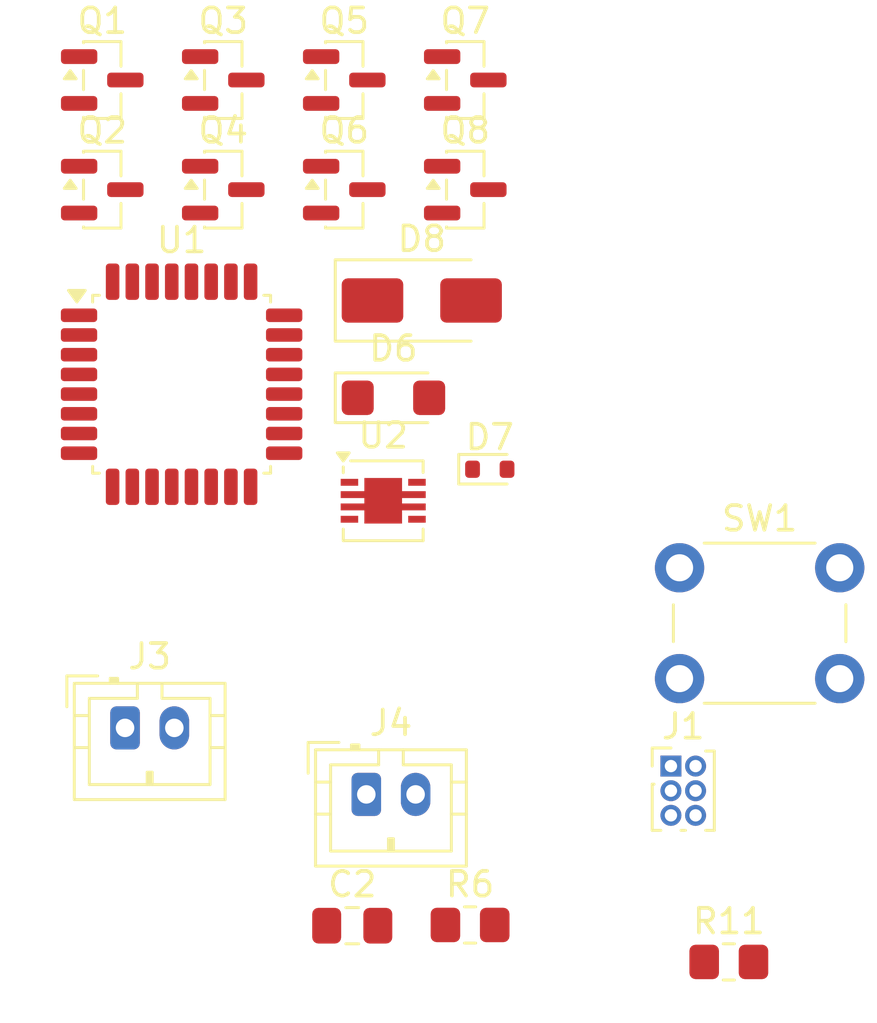
<source format=kicad_pcb>
(kicad_pcb (version 20241229) (generator "pcbnew") (generator_version "9.0")
  (layers (0 "F.Cu" signal) (2 "B.Cu" signal) (13 "F.Paste" user) (15 "B.Paste" user) (5 "F.SilkS" user "F.Silkscreen") (7 "B.SilkS" user "B.Silkscreen") (1 "F.Mask" user) (3 "B.Mask" user) (25 "Edge.Cuts" user))
  (net 0 "")
  (net 1 "+3.3V")
  (net 2 "+12V")
  (net 3 "Net-(D1-K)")
  (net 4 "Net-(Q1-G)")
  (net 5 "Net-(D2-K)")
  (net 6 "Net-(Q2-G)")
  (net 7 "Net-(D3-K)")
  (net 8 "Net-(Q3-G)")
  (net 9 "Net-(D4-K)")
  (net 10 "Net-(Q4-G)")
  (net 11 "Net-(Q5-G)")
  (net 12 "Net-(D5-K)")
  (net 13 "Net-(Q6-G)")
  (net 14 "Net-(D9-K)")
  (net 15 "Net-(D10-K)")
  (net 16 "Net-(Q7-G)")
  (net 17 "Net-(D11-K)")
  (net 18 "Net-(Q8-G)")
  (net 19 "Net-(U1-AREF)")
  (net 20 "/LED2")
  (net 21 "/LED1")
  (net 22 "/MISO")
  (net 24 "/LED4")
  (net 25 "/button2")
  (net 26 "/Headlight_4")
  (net 29 "/Headlight_3")
  (net 30 "/SCL")
  (net 31 "/INT")
  (net 32 "/button1")
  (net 33 "/LED3")
  (net 34 "/MOSI")
  (net 38 "/Headlight_1")
  (net 39 "/SDA")
  (net 42 "/SCK")
  (net 43 "/RESET")
  (net 44 "/Headlight_2")
  (footprint "Package_TO_SOT_SMD:SOT-23" (layer "F.Cu") (at 154.485 77.7)
    (property "Reference" "Q3" (at 0 -2.4 0) (layer "F.SilkS"))
    (property "Value" "IRLML2803")
    (fp_line (start -0.76 -1.56) (end 0.76 -1.56) (stroke (width 0.12)) (layer "F.SilkS"))
    (fp_line (start -0.76 -1.51) (end -0.76 -1.56) (stroke (width 0.12)) (layer "F.SilkS"))
    (fp_line (start -0.76 0.39) (end -0.76 -0.39) (stroke (width 0.12)) (layer "F.SilkS"))
    (fp_line (start -0.76 1.56) (end -0.76 1.51) (stroke (width 0.12)) (layer "F.SilkS"))
    (fp_line (start 0.76 -1.56) (end 0.76 -0.56) (stroke (width 0.12)) (layer "F.SilkS"))
    (fp_line (start 0.76 0.56) (end 0.76 1.56) (stroke (width 0.12)) (layer "F.SilkS"))
    (fp_line (start 0.76 1.56) (end -0.76 1.56) (stroke (width 0.12)) (layer "F.SilkS"))
    (fp_poly (pts (xy -1.3 -0.38) (xy -1.06 -0.05) (xy -1.54 -0.05)) (stroke (width 0.12)) (fill yes) (layer "F.SilkS"))
    (pad "1" smd roundrect (at -0.9375 -0.95) (size 1.475 0.6) (layers "F.Cu" "F.Mask" "F.Paste") (net 8 "Net-(Q3-G)"))
    (pad "2" smd roundrect (at -0.9375 0.95) (size 1.475 0.6) (layers "F.Cu" "F.Mask" "F.Paste") (net 1 "+3.3V"))
    (pad "3" smd roundrect (at 0.9375 0) (size 1.475 0.6) (layers "F.Cu" "F.Mask" "F.Paste") (net 7 "Net-(D3-K)"))
  )
  (footprint "Package_TO_SOT_SMD:SOT-23" (layer "F.Cu") (at 149.575 82.15)
    (property "Reference" "Q2" (at 0 -2.4 0) (layer "F.SilkS"))
    (property "Value" "IRLML2803")
    (fp_line (start -0.76 -1.56) (end 0.76 -1.56) (stroke (width 0.12)) (layer "F.SilkS"))
    (fp_line (start -0.76 -1.51) (end -0.76 -1.56) (stroke (width 0.12)) (layer "F.SilkS"))
    (fp_line (start -0.76 0.39) (end -0.76 -0.39) (stroke (width 0.12)) (layer "F.SilkS"))
    (fp_line (start -0.76 1.56) (end -0.76 1.51) (stroke (width 0.12)) (layer "F.SilkS"))
    (fp_line (start 0.76 -1.56) (end 0.76 -0.56) (stroke (width 0.12)) (layer "F.SilkS"))
    (fp_line (start 0.76 0.56) (end 0.76 1.56) (stroke (width 0.12)) (layer "F.SilkS"))
    (fp_line (start 0.76 1.56) (end -0.76 1.56) (stroke (width 0.12)) (layer "F.SilkS"))
    (fp_poly (pts (xy -1.3 -0.38) (xy -1.06 -0.05) (xy -1.54 -0.05)) (stroke (width 0.12)) (fill yes) (layer "F.SilkS"))
    (pad "1" smd roundrect (at -0.9375 -0.95) (size 1.475 0.6) (layers "F.Cu" "F.Mask" "F.Paste") (net 6 "Net-(Q2-G)"))
    (pad "2" smd roundrect (at -0.9375 0.95) (size 1.475 0.6) (layers "F.Cu" "F.Mask" "F.Paste") (net 1 "+3.3V"))
    (pad "3" smd roundrect (at 0.9375 0) (size 1.475 0.6) (layers "F.Cu" "F.Mask" "F.Paste") (net 5 "Net-(D2-K)"))
  )
  (footprint "Package_TO_SOT_SMD:SOT-23" (layer "F.Cu") (at 149.575 77.7)
    (property "Reference" "Q1" (at 0 -2.4 0) (layer "F.SilkS"))
    (property "Value" "AO3400A")
    (fp_line (start -0.76 -1.56) (end 0.76 -1.56) (stroke (width 0.12)) (layer "F.SilkS"))
    (fp_line (start -0.76 -1.51) (end -0.76 -1.56) (stroke (width 0.12)) (layer "F.SilkS"))
    (fp_line (start -0.76 0.39) (end -0.76 -0.39) (stroke (width 0.12)) (layer "F.SilkS"))
    (fp_line (start -0.76 1.56) (end -0.76 1.51) (stroke (width 0.12)) (layer "F.SilkS"))
    (fp_line (start 0.76 -1.56) (end 0.76 -0.56) (stroke (width 0.12)) (layer "F.SilkS"))
    (fp_line (start 0.76 0.56) (end 0.76 1.56) (stroke (width 0.12)) (layer "F.SilkS"))
    (fp_line (start 0.76 1.56) (end -0.76 1.56) (stroke (width 0.12)) (layer "F.SilkS"))
    (fp_poly (pts (xy -1.3 -0.38) (xy -1.06 -0.05) (xy -1.54 -0.05)) (stroke (width 0.12)) (fill yes) (layer "F.SilkS"))
    (pad "1" smd roundrect (at -0.9375 -0.95) (size 1.475 0.6) (layers "F.Cu" "F.Mask" "F.Paste") (net 4 "Net-(Q1-G)"))
    (pad "2" smd roundrect (at -0.9375 0.95) (size 1.475 0.6) (layers "F.Cu" "F.Mask" "F.Paste") (net 1 "+3.3V"))
    (pad "3" smd roundrect (at 0.9375 0) (size 1.475 0.6) (layers "F.Cu" "F.Mask" "F.Paste") (net 3 "Net-(D1-K)"))
  )
  (footprint "Capacitor_SMD:C_0805_2012Metric_Pad1.18x1.45mm_HandSolder" (layer "F.Cu") (at 159.72 112.03)
    (property "Reference" "C2" (at 0 -1.68 0) (layer "F.SilkS"))
    (property "Value" "10uF")
    (fp_line (start -0.261252 -0.735) (end 0.261252 -0.735) (stroke (width 0.12)) (layer "F.SilkS"))
    (fp_line (start -0.261252 0.735) (end 0.261252 0.735) (stroke (width 0.12)) (layer "F.SilkS"))
    (pad "1" smd roundrect (at -1.0375 0) (size 1.175 1.45) (layers "F.Cu" "F.Mask" "F.Paste") (roundrect_rratio 0.212766) (net 1 "+3.3V"))
    (pad "2" smd roundrect (at 1.0375 0) (size 1.175 1.45) (layers "F.Cu" "F.Mask" "F.Paste") (roundrect_rratio 0.212766) (net 1 "+3.3V"))
  )
  (footprint "Button_Switch_THT:SW_PUSH_6mm" (layer "F.Cu") (at 173 97.5)
    (property "Reference" "SW1" (at 3.25 -2 0) (layer "F.SilkS"))
    (property "Value" "SW_Push")
    (fp_line (start -0.25 1.5) (end -0.25 3) (stroke (width 0.12)) (layer "F.SilkS"))
    (fp_line (start 1 5.5) (end 5.5 5.5) (stroke (width 0.12)) (layer "F.SilkS"))
    (fp_line (start 5.5 -1) (end 1 -1) (stroke (width 0.12)) (layer "F.SilkS"))
    (fp_line (start 6.75 3) (end 6.75 1.5) (stroke (width 0.12)) (layer "F.SilkS"))
    (pad "1" thru_hole circle (at 0 0 90) (size 2 2) (drill 1.1) (layers "*.Cu" "*.Mask") (net 43 "/RESET"))
    (pad "1" thru_hole circle (at 6.5 0 90) (size 2 2) (drill 1.1) (layers "*.Cu" "*.Mask") (net 43 "/RESET"))
    (pad "2" thru_hole circle (at 0 4.5 90) (size 2 2) (drill 1.1) (layers "*.Cu" "*.Mask") (net 1 "+3.3V"))
    (pad "2" thru_hole circle (at 6.5 4.5 90) (size 2 2) (drill 1.1) (layers "*.Cu" "*.Mask") (net 1 "+3.3V"))
  )
  (footprint "Package_TO_SOT_SMD:SOT-23" (layer "F.Cu") (at 154.485 82.15)
    (property "Reference" "Q4" (at 0 -2.4 0) (layer "F.SilkS"))
    (property "Value" "IRLML2803")
    (fp_line (start -0.76 -1.56) (end 0.76 -1.56) (stroke (width 0.12)) (layer "F.SilkS"))
    (fp_line (start -0.76 -1.51) (end -0.76 -1.56) (stroke (width 0.12)) (layer "F.SilkS"))
    (fp_line (start -0.76 0.39) (end -0.76 -0.39) (stroke (width 0.12)) (layer "F.SilkS"))
    (fp_line (start -0.76 1.56) (end -0.76 1.51) (stroke (width 0.12)) (layer "F.SilkS"))
    (fp_line (start 0.76 -1.56) (end 0.76 -0.56) (stroke (width 0.12)) (layer "F.SilkS"))
    (fp_line (start 0.76 0.56) (end 0.76 1.56) (stroke (width 0.12)) (layer "F.SilkS"))
    (fp_line (start 0.76 1.56) (end -0.76 1.56) (stroke (width 0.12)) (layer "F.SilkS"))
    (fp_poly (pts (xy -1.3 -0.38) (xy -1.06 -0.05) (xy -1.54 -0.05)) (stroke (width 0.12)) (fill yes) (layer "F.SilkS"))
    (pad "1" smd roundrect (at -0.9375 -0.95) (size 1.475 0.6) (layers "F.Cu" "F.Mask" "F.Paste") (net 10 "Net-(Q4-G)"))
    (pad "2" smd roundrect (at -0.9375 0.95) (size 1.475 0.6) (layers "F.Cu" "F.Mask" "F.Paste") (net 1 "+3.3V"))
    (pad "3" smd roundrect (at 0.9375 0) (size 1.475 0.6) (layers "F.Cu" "F.Mask" "F.Paste") (net 9 "Net-(D4-K)"))
  )
  (footprint "Diode_SMD:D_SOD-523" (layer "F.Cu") (at 165.3 93.5)
    (property "Reference" "D7" (at 0 -1.3 0) (layer "F.SilkS"))
    (property "Value" "ESD5Zxx")
    (fp_line (start -1.26 -0.6) (end -1.26 0.6) (stroke (width 0.12)) (layer "F.SilkS"))
    (fp_line (start 0.7 -0.6) (end -1.26 -0.6) (stroke (width 0.12)) (layer "F.SilkS"))
    (fp_line (start 0.7 0.6) (end -1.26 0.6) (stroke (width 0.12)) (layer "F.SilkS"))
    (pad "1" smd roundrect (at -0.7 0 180) (size 0.6 0.7) (layers "F.Cu" "F.Mask" "F.Paste") (net 2 "+12V"))
    (pad "2" smd roundrect (at 0.7 0 180) (size 0.6 0.7) (layers "F.Cu" "F.Mask" "F.Paste") (net 1 "+3.3V"))
  )
  (footprint "Package_TO_SOT_SMD:SOT-23" (layer "F.Cu") (at 164.305 82.15)
    (property "Reference" "Q8" (at 0 -2.4 0) (layer "F.SilkS"))
    (property "Value" "AO3400A")
    (fp_line (start -0.76 -1.56) (end 0.76 -1.56) (stroke (width 0.12)) (layer "F.SilkS"))
    (fp_line (start -0.76 -1.51) (end -0.76 -1.56) (stroke (width 0.12)) (layer "F.SilkS"))
    (fp_line (start -0.76 0.39) (end -0.76 -0.39) (stroke (width 0.12)) (layer "F.SilkS"))
    (fp_line (start -0.76 1.56) (end -0.76 1.51) (stroke (width 0.12)) (layer "F.SilkS"))
    (fp_line (start 0.76 -1.56) (end 0.76 -0.56) (stroke (width 0.12)) (layer "F.SilkS"))
    (fp_line (start 0.76 0.56) (end 0.76 1.56) (stroke (width 0.12)) (layer "F.SilkS"))
    (fp_line (start 0.76 1.56) (end -0.76 1.56) (stroke (width 0.12)) (layer "F.SilkS"))
    (fp_poly (pts (xy -1.3 -0.38) (xy -1.06 -0.05) (xy -1.54 -0.05)) (stroke (width 0.12)) (fill yes) (layer "F.SilkS"))
    (pad "1" smd roundrect (at -0.9375 -0.95) (size 1.475 0.6) (layers "F.Cu" "F.Mask" "F.Paste") (net 18 "Net-(Q8-G)"))
    (pad "2" smd roundrect (at -0.9375 0.95) (size 1.475 0.6) (layers "F.Cu" "F.Mask" "F.Paste") (net 1 "+3.3V"))
    (pad "3" smd roundrect (at 0.9375 0) (size 1.475 0.6) (layers "F.Cu" "F.Mask" "F.Paste") (net 17 "Net-(D11-K)"))
  )
  (footprint "Connector_JST:JST_PH_B2B-PH-K_1x02_P2.00mm_Vertical" (layer "F.Cu") (at 160.29 106.7)
    (property "Reference" "J4" (at 1 -2.9 0) (layer "F.SilkS"))
    (property "Value" "Conn_01x02")
    (fp_line (start -2.36 -2.11) (end -2.36 -0.86) (stroke (width 0.12)) (layer "F.SilkS"))
    (fp_line (start -2.06 -1.81) (end -2.06 2.91) (stroke (width 0.12)) (layer "F.SilkS"))
    (fp_line (start -2.06 -0.5) (end -1.45 -0.5) (stroke (width 0.12)) (layer "F.SilkS"))
    (fp_line (start -2.06 0.8) (end -1.45 0.8) (stroke (width 0.12)) (layer "F.SilkS"))
    (fp_line (start -2.06 2.91) (end 4.06 2.91) (stroke (width 0.12)) (layer "F.SilkS"))
    (fp_line (start -1.45 -1.2) (end -1.45 2.3) (stroke (width 0.12)) (layer "F.SilkS"))
    (fp_line (start -1.45 2.3) (end 3.45 2.3) (stroke (width 0.12)) (layer "F.SilkS"))
    (fp_line (start -1.11 -2.11) (end -2.36 -2.11) (stroke (width 0.12)) (layer "F.SilkS"))
    (fp_line (start -0.6 -2.01) (end -0.6 -1.81) (stroke (width 0.12)) (layer "F.SilkS"))
    (fp_line (start -0.3 -2.01) (end -0.6 -2.01) (stroke (width 0.12)) (layer "F.SilkS"))
    (fp_line (start -0.3 -1.91) (end -0.6 -1.91) (stroke (width 0.12)) (layer "F.SilkS"))
    (fp_line (start -0.3 -1.81) (end -0.3 -2.01) (stroke (width 0.12)) (layer "F.SilkS"))
    (fp_line (start 0.5 -1.81) (end 0.5 -1.2) (stroke (width 0.12)) (layer "F.SilkS"))
    (fp_line (start 0.5 -1.2) (end -1.45 -1.2) (stroke (width 0.12)) (layer "F.SilkS"))
    (fp_line (start 0.9 1.8) (end 1.1 1.8) (stroke (width 0.12)) (layer "F.SilkS"))
    (fp_line (start 0.9 2.3) (end 0.9 1.8) (stroke (width 0.12)) (layer "F.SilkS"))
    (fp_line (start 1 2.3) (end 1 1.8) (stroke (width 0.12)) (layer "F.SilkS"))
    (fp_line (start 1.1 1.8) (end 1.1 2.3) (stroke (width 0.12)) (layer "F.SilkS"))
    (fp_line (start 1.5 -1.2) (end 1.5 -1.81) (stroke (width 0.12)) (layer "F.SilkS"))
    (fp_line (start 3.45 -1.2) (end 1.5 -1.2) (stroke (width 0.12)) (layer "F.SilkS"))
    (fp_line (start 3.45 2.3) (end 3.45 -1.2) (stroke (width 0.12)) (layer "F.SilkS"))
    (fp_line (start 4.06 -1.81) (end -2.06 -1.81) (stroke (width 0.12)) (layer "F.SilkS"))
    (fp_line (start 4.06 -0.5) (end 3.45 -0.5) (stroke (width 0.12)) (layer "F.SilkS"))
    (fp_line (start 4.06 0.8) (end 3.45 0.8) (stroke (width 0.12)) (layer "F.SilkS"))
    (fp_line (start 4.06 2.91) (end 4.06 -1.81) (stroke (width 0.12)) (layer "F.SilkS"))
    (pad "1" thru_hole roundrect (at 0 0) (size 1.2 1.75) (drill 0.75) (layers "*.Cu" "*.Mask") (roundrect_rratio 0.208333) (net 1 "+3.3V"))
    (pad "2" thru_hole oval (at 2 0) (size 1.2 1.75) (drill 0.75) (layers "*.Cu" "*.Mask") (net 1 "+3.3V"))
  )
  (footprint "Package_CSP:Analog_LFCSP-8-1EP_3x3mm_P0.5mm_EP1.53x1.85mm" (layer "F.Cu") (at 160.975 94.78)
    (property "Reference" "U2" (at 0 -2.65 0) (layer "F.SilkS"))
    (property "Value" "ADXL345")
    (fp_line (start -1.62 -1.14) (end -1.62 -1.375) (stroke (width 0.12)) (layer "F.SilkS"))
    (fp_line (start -1.62 1.62) (end -1.62 1.15) (stroke (width 0.12)) (layer "F.SilkS"))
    (fp_line (start 1.62 -1.62) (end -1.32 -1.62) (stroke (width 0.12)) (layer "F.SilkS"))
    (fp_line (start 1.62 -1.62) (end 1.62 -1.15) (stroke (width 0.12)) (layer "F.SilkS"))
    (fp_line (start 1.62 1.15) (end 1.62 1.62) (stroke (width 0.12)) (layer "F.SilkS"))
    (fp_line (start 1.62 1.62) (end -1.62 1.62) (stroke (width 0.12)) (layer "F.SilkS"))
    (fp_poly (pts (xy -1.62 -1.615) (xy -1.86 -1.945) (xy -1.38 -1.945) (xy -1.62 -1.615)) (stroke (width 0.12)) (fill yes) (layer "F.SilkS"))
    (pad "1" smd rect (at -1.37 -0.75) (size 0.71 0.28) (layers "F.Cu" "F.Mask" "F.Paste") (net 1 "+3.3V"))
    (pad "2" smd rect (at 0 -0.25) (size 3.45 0.28) (layers "F.Cu") (net 1 "+3.3V"))
    (pad "2" smd rect (at 0 0) (size 1.53 1.85) (layers "F.Cu" "F.Mask") (net 1 "+3.3V"))
    (pad "2" smd rect (at 0 0.25) (size 3.45 0.28) (layers "F.Cu") (net 1 "+3.3V"))
    (pad "4" smd rect (at -1.37 0.75) (size 0.71 0.28) (layers "F.Cu" "F.Mask" "F.Paste") (net 1 "+3.3V"))
    (pad "5" smd rect (at 1.37 0.75) (size 0.71 0.28) (layers "F.Cu" "F.Mask" "F.Paste") (net 1 "+3.3V"))
    (pad "8" smd rect (at 1.37 -0.75) (size 0.71 0.28) (layers "F.Cu" "F.Mask" "F.Paste") (net 31 "/INT"))
  )
  (footprint "Connector_PinHeader_1.00mm:PinHeader_2x03_P1.00mm_Vertical" (layer "F.Cu") (at 172.65 105.55)
    (property "Reference" "J1" (at 0.5 -1.61 0) (layer "F.SilkS"))
    (property "Value" "AVR-ISP-6")
    (fp_line (start -0.76 -0.735) (end 0 -0.735) (stroke (width 0.12)) (layer "F.SilkS"))
    (fp_line (start -0.76 0) (end -0.76 -0.735) (stroke (width 0.12)) (layer "F.SilkS"))
    (fp_line (start -0.76 0.735) (end -0.76 2.61) (stroke (width 0.12)) (layer "F.SilkS"))
    (fp_line (start -0.76 0.735) (end -0.685565 0.735) (stroke (width 0.12)) (layer "F.SilkS"))
    (fp_line (start -0.76 2.61) (end -0.41003 2.61) (stroke (width 0.12)) (layer "F.SilkS"))
    (fp_line (start 0.41003 2.61) (end 0.58997 2.61) (stroke (width 0.12)) (layer "F.SilkS"))
    (fp_line (start 1.41003 -0.61) (end 1.76 -0.61) (stroke (width 0.12)) (layer "F.SilkS"))
    (fp_line (start 1.41003 2.61) (end 1.76 2.61) (stroke (width 0.12)) (layer "F.SilkS"))
    (fp_line (start 1.76 -0.61) (end 1.76 2.61) (stroke (width 0.12)) (layer "F.SilkS"))
    (pad "1" thru_hole rect (at 0 0) (size 0.85 0.85) (drill 0.5) (layers "*.Cu" "*.Mask") (net 22 "/MISO"))
    (pad "2" thru_hole circle (at 1 0) (size 0.85 0.85) (drill 0.5) (layers "*.Cu" "*.Mask") (net 1 "+3.3V"))
    (pad "3" thru_hole circle (at 0 1) (size 0.85 0.85) (drill 0.5) (layers "*.Cu" "*.Mask") (net 42 "/SCK"))
    (pad "4" thru_hole circle (at 1 1) (size 0.85 0.85) (drill 0.5) (layers "*.Cu" "*.Mask") (net 34 "/MOSI"))
    (pad "5" thru_hole circle (at 0 2) (size 0.85 0.85) (drill 0.5) (layers "*.Cu" "*.Mask") (net 43 "/RESET"))
    (pad "6" thru_hole circle (at 1 2) (size 0.85 0.85) (drill 0.5) (layers "*.Cu" "*.Mask") (net 1 "+3.3V"))
  )
  (footprint "Package_TO_SOT_SMD:SOT-23" (layer "F.Cu") (at 164.305 77.7)
    (property "Reference" "Q7" (at 0 -2.4 0) (layer "F.SilkS"))
    (property "Value" "AO3400A")
    (fp_line (start -0.76 -1.56) (end 0.76 -1.56) (stroke (width 0.12)) (layer "F.SilkS"))
    (fp_line (start -0.76 -1.51) (end -0.76 -1.56) (stroke (width 0.12)) (layer "F.SilkS"))
    (fp_line (start -0.76 0.39) (end -0.76 -0.39) (stroke (width 0.12)) (layer "F.SilkS"))
    (fp_line (start -0.76 1.56) (end -0.76 1.51) (stroke (width 0.12)) (layer "F.SilkS"))
    (fp_line (start 0.76 -1.56) (end 0.76 -0.56) (stroke (width 0.12)) (layer "F.SilkS"))
    (fp_line (start 0.76 0.56) (end 0.76 1.56) (stroke (width 0.12)) (layer "F.SilkS"))
    (fp_line (start 0.76 1.56) (end -0.76 1.56) (stroke (width 0.12)) (layer "F.SilkS"))
    (fp_poly (pts (xy -1.3 -0.38) (xy -1.06 -0.05) (xy -1.54 -0.05)) (stroke (width 0.12)) (fill yes) (layer "F.SilkS"))
    (pad "1" smd roundrect (at -0.9375 -0.95) (size 1.475 0.6) (layers "F.Cu" "F.Mask" "F.Paste") (net 16 "Net-(Q7-G)"))
    (pad "2" smd roundrect (at -0.9375 0.95) (size 1.475 0.6) (layers "F.Cu" "F.Mask" "F.Paste") (net 1 "+3.3V"))
    (pad "3" smd roundrect (at 0.9375 0) (size 1.475 0.6) (layers "F.Cu" "F.Mask" "F.Paste") (net 15 "Net-(D10-K)"))
  )
  (footprint "Diode_SMD:D_SMF" (layer "F.Cu") (at 161.39 90.6)
    (property "Reference" "D6" (at 0 -2 0) (layer "F.SilkS"))
    (property "Value" "SMF5V0A")
    (fp_line (start -2.36 -1.01) (end -2.36 1.01) (stroke (width 0.12)) (layer "F.SilkS"))
    (fp_line (start -2.36 -1.01) (end 1.4 -1.01) (stroke (width 0.12)) (layer "F.SilkS"))
    (fp_line (start -2.36 1.01) (end 1.4 1.01) (stroke (width 0.12)) (layer "F.SilkS"))
    (pad "1" smd roundrect (at -1.45 0) (size 1.3 1.4) (layers "F.Cu" "F.Mask" "F.Paste") (roundrect_rratio 0.1923076923) (net 1 "+3.3V"))
    (pad "2" smd roundrect (at 1.45 0) (size 1.3 1.4) (layers "F.Cu" "F.Mask" "F.Paste") (roundrect_rratio 0.1923076923) (net 2 "+12V"))
  )
  (footprint "Diode_SMD:D_SMA" (layer "F.Cu") (at 162.54 86.65)
    (property "Reference" "D8" (at 0 -2.5 0) (layer "F.SilkS"))
    (property "Value" "SMAJ15A")
    (fp_line (start -3.51 -1.65) (end -3.51 1.65) (stroke (width 0.12)) (layer "F.SilkS"))
    (fp_line (start -3.51 -1.65) (end 2 -1.65) (stroke (width 0.12)) (layer "F.SilkS"))
    (fp_line (start -3.51 1.65) (end 2 1.65) (stroke (width 0.12)) (layer "F.SilkS"))
    (pad "1" smd roundrect (at -2 0) (size 2.5 1.8) (layers "F.Cu" "F.Mask" "F.Paste") (roundrect_rratio 0.1388888889) (net 2 "+12V"))
    (pad "2" smd roundrect (at 2 0) (size 2.5 1.8) (layers "F.Cu" "F.Mask" "F.Paste") (roundrect_rratio 0.1388888889) (net 1 "+3.3V"))
  )
  (footprint "Resistor_SMD:R_0805_2012Metric_Pad1.20x1.40mm_HandSolder" (layer "F.Cu") (at 164.5 112)
    (property "Reference" "R6" (at 0 -1.65 0) (layer "F.SilkS"))
    (property "Value" "10K")
    (fp_line (start -0.227064 -0.735) (end 0.227064 -0.735) (stroke (width 0.12)) (layer "F.SilkS"))
    (fp_line (start -0.227064 0.735) (end 0.227064 0.735) (stroke (width 0.12)) (layer "F.SilkS"))
    (pad "1" smd roundrect (at -1 0) (size 1.2 1.4) (layers "F.Cu" "F.Mask" "F.Paste") (roundrect_rratio 0.208333) (net 43 "/RESET"))
    (pad "2" smd roundrect (at 1 0) (size 1.2 1.4) (layers "F.Cu" "F.Mask" "F.Paste") (roundrect_rratio 0.208333) (net 1 "+3.3V"))
  )
  (footprint "Package_TO_SOT_SMD:SOT-23" (layer "F.Cu") (at 159.395 82.15)
    (property "Reference" "Q6" (at 0 -2.4 0) (layer "F.SilkS"))
    (property "Value" "AO3400A")
    (fp_line (start -0.76 -1.56) (end 0.76 -1.56) (stroke (width 0.12)) (layer "F.SilkS"))
    (fp_line (start -0.76 -1.51) (end -0.76 -1.56) (stroke (width 0.12)) (layer "F.SilkS"))
    (fp_line (start -0.76 0.39) (end -0.76 -0.39) (stroke (width 0.12)) (layer "F.SilkS"))
    (fp_line (start -0.76 1.56) (end -0.76 1.51) (stroke (width 0.12)) (layer "F.SilkS"))
    (fp_line (start 0.76 -1.56) (end 0.76 -0.56) (stroke (width 0.12)) (layer "F.SilkS"))
    (fp_line (start 0.76 0.56) (end 0.76 1.56) (stroke (width 0.12)) (layer "F.SilkS"))
    (fp_line (start 0.76 1.56) (end -0.76 1.56) (stroke (width 0.12)) (layer "F.SilkS"))
    (fp_poly (pts (xy -1.3 -0.38) (xy -1.06 -0.05) (xy -1.54 -0.05)) (stroke (width 0.12)) (fill yes) (layer "F.SilkS"))
    (pad "1" smd roundrect (at -0.9375 -0.95) (size 1.475 0.6) (layers "F.Cu" "F.Mask" "F.Paste") (net 13 "Net-(Q6-G)"))
    (pad "2" smd roundrect (at -0.9375 0.95) (size 1.475 0.6) (layers "F.Cu" "F.Mask" "F.Paste") (net 1 "+3.3V"))
    (pad "3" smd roundrect (at 0.9375 0) (size 1.475 0.6) (layers "F.Cu" "F.Mask" "F.Paste") (net 14 "Net-(D9-K)"))
  )
  (footprint "Package_QFP:TQFP-32_7x7mm_P0.8mm" (layer "F.Cu") (at 152.795 90.05)
    (property "Reference" "U1" (at 0 -5.85 0) (layer "F.SilkS"))
    (property "Value" "ATmega328P-A")
    (fp_line (start -3.61 -3.61) (end -3.335 -3.61) (stroke (width 0.12)) (layer "F.SilkS"))
    (fp_line (start -3.61 -3.335) (end -3.61 -3.61) (stroke (width 0.12)) (layer "F.SilkS"))
    (fp_line (start -3.61 3.61) (end -3.61 3.335) (stroke (width 0.12)) (layer "F.SilkS"))
    (fp_line (start -3.335 3.61) (end -3.61 3.61) (stroke (width 0.12)) (layer "F.SilkS"))
    (fp_line (start 3.335 -3.61) (end 3.61 -3.61) (stroke (width 0.12)) (layer "F.SilkS"))
    (fp_line (start 3.61 -3.61) (end 3.61 -3.335) (stroke (width 0.12)) (layer "F.SilkS"))
    (fp_line (start 3.61 3.335) (end 3.61 3.61) (stroke (width 0.12)) (layer "F.SilkS"))
    (fp_line (start 3.61 3.61) (end 3.335 3.61) (stroke (width 0.12)) (layer "F.SilkS"))
    (fp_poly (pts (xy -4.25 -3.34) (xy -4.59 -3.81) (xy -3.91 -3.81)) (stroke (width 0.12)) (fill yes) (layer "F.SilkS"))
    (pad "1" smd roundrect (at -4.1625 -2.8) (size 1.475 0.55) (layers "F.Cu" "F.Mask" "F.Paste") (net 21 "/LED1"))
    (pad "2" smd roundrect (at -4.1625 -2) (size 1.475 0.55) (layers "F.Cu" "F.Mask" "F.Paste") (net 20 "/LED2"))
    (pad "3" smd roundrect (at -4.1625 -1.2) (size 1.475 0.55) (layers "F.Cu" "F.Mask" "F.Paste") (net 1 "+3.3V"))
    (pad "4" smd roundrect (at -4.1625 -0.4) (size 1.475 0.55) (layers "F.Cu" "F.Mask" "F.Paste") (net 1 "+3.3V"))
    (pad "5" smd roundrect (at -4.1625 0.4) (size 1.475 0.55) (layers "F.Cu" "F.Mask" "F.Paste") (net 1 "+3.3V"))
    (pad "6" smd roundrect (at -4.1625 1.2) (size 1.475 0.55) (layers "F.Cu" "F.Mask" "F.Paste") (net 1 "+3.3V"))
    (pad "7" smd roundrect (at -4.1625 2) (size 1.475 0.55) (layers "F.Cu" "F.Mask" "F.Paste"))
    (pad "8" smd roundrect (at -4.1625 2.8) (size 1.475 0.55) (layers "F.Cu" "F.Mask" "F.Paste"))
    (pad "9" smd roundrect (at -2.8 4.1625) (size 0.55 1.475) (layers "F.Cu" "F.Mask" "F.Paste") (net 33 "/LED3"))
    (pad "10" smd roundrect (at -2 4.1625) (size 0.55 1.475) (layers "F.Cu" "F.Mask" "F.Paste") (net 24 "/LED4"))
    (pad "11" smd roundrect (at -1.2 4.1625) (size 0.55 1.475) (layers "F.Cu" "F.Mask" "F.Paste") (net 25 "/button2"))
    (pad "12" smd roundrect (at -0.4 4.1625) (size 0.55 1.475) (layers "F.Cu" "F.Mask" "F.Paste") (net 32 "/button1"))
    (pad "13" smd roundrect (at 0.4 4.1625) (size 0.55 1.475) (layers "F.Cu" "F.Mask" "F.Paste"))
    (pad "14" smd roundrect (at 1.2 4.1625) (size 0.55 1.475) (layers "F.Cu" "F.Mask" "F.Paste"))
    (pad "15" smd roundrect (at 2 4.1625) (size 0.55 1.475) (layers "F.Cu" "F.Mask" "F.Paste") (net 34 "/MOSI"))
    (pad "16" smd roundrect (at 2.8 4.1625) (size 0.55 1.475) (layers "F.Cu" "F.Mask" "F.Paste") (net 22 "/MISO"))
    (pad "17" smd roundrect (at 4.1625 2.8) (size 1.475 0.55) (layers "F.Cu" "F.Mask" "F.Paste") (net 42 "/SCK"))
    (pad "18" smd roundrect (at 4.1625 2) (size 1.475 0.55) (layers "F.Cu" "F.Mask" "F.Paste") (net 1 "+3.3V"))
    (pad "19" smd roundrect (at 4.1625 1.2) (size 1.475 0.55) (layers "F.Cu" "F.Mask" "F.Paste"))
    (pad "20" smd roundrect (at 4.1625 0.4) (size 1.475 0.55) (layers "F.Cu" "F.Mask" "F.Paste") (net 19 "Net-(U1-AREF)"))
    (pad "21" smd roundrect (at 4.1625 -0.4) (size 1.475 0.55) (layers "F.Cu" "F.Mask" "F.Paste") (net 1 "+3.3V"))
    (pad "22" smd roundrect (at 4.1625 -1.2) (size 1.475 0.55) (layers "F.Cu" "F.Mask" "F.Paste"))
    (pad "23" smd roundrect (at 4.1625 -2) (size 1.475 0.55) (layers "F.Cu" "F.Mask" "F.Paste") (net 38 "/Headlight_1"))
    (pad "24" smd roundrect (at 4.1625 -2.8) (size 1.475 0.55) (layers "F.Cu" "F.Mask" "F.Paste") (net 44 "/Headlight_2"))
    (pad "25" smd roundrect (at 2.8 -4.1625) (size 0.55 1.475) (layers "F.Cu" "F.Mask" "F.Paste") (net 29 "/Headlight_3"))
    (pad "26" smd roundrect (at 2 -4.1625) (size 0.55 1.475) (layers "F.Cu" "F.Mask" "F.Paste") (net 26 "/Headlight_4"))
    (pad "27" smd roundrect (at 1.2 -4.1625) (size 0.55 1.475) (layers "F.Cu" "F.Mask" "F.Paste") (net 39 "/SDA"))
    (pad "28" smd roundrect (at 0.4 -4.1625) (size 0.55 1.475) (layers "F.Cu" "F.Mask" "F.Paste") (net 30 "/SCL"))
    (pad "29" smd roundrect (at -0.4 -4.1625) (size 0.55 1.475) (layers "F.Cu" "F.Mask" "F.Paste") (net 43 "/RESET"))
    (pad "30" smd roundrect (at -1.2 -4.1625) (size 0.55 1.475) (layers "F.Cu" "F.Mask" "F.Paste"))
    (pad "31" smd roundrect (at -2 -4.1625) (size 0.55 1.475) (layers "F.Cu" "F.Mask" "F.Paste"))
    (pad "32" smd roundrect (at -2.8 -4.1625) (size 0.55 1.475) (layers "F.Cu" "F.Mask" "F.Paste") (net 31 "/INT"))
  )
  (footprint "Connector_JST:JST_PH_B2B-PH-K_1x02_P2.00mm_Vertical" (layer "F.Cu") (at 150.5 104)
    (property "Reference" "J3" (at 1 -2.9 0) (layer "F.SilkS"))
    (property "Value" "Conn_01x02")
    (fp_line (start -2.36 -2.11) (end -2.36 -0.86) (stroke (width 0.12)) (layer "F.SilkS"))
    (fp_line (start -2.06 -1.81) (end -2.06 2.91) (stroke (width 0.12)) (layer "F.SilkS"))
    (fp_line (start -2.06 -0.5) (end -1.45 -0.5) (stroke (width 0.12)) (layer "F.SilkS"))
    (fp_line (start -2.06 0.8) (end -1.45 0.8) (stroke (width 0.12)) (layer "F.SilkS"))
    (fp_line (start -2.06 2.91) (end 4.06 2.91) (stroke (width 0.12)) (layer "F.SilkS"))
    (fp_line (start -1.45 -1.2) (end -1.45 2.3) (stroke (width 0.12)) (layer "F.SilkS"))
    (fp_line (start -1.45 2.3) (end 3.45 2.3) (stroke (width 0.12)) (layer "F.SilkS"))
    (fp_line (start -1.11 -2.11) (end -2.36 -2.11) (stroke (width 0.12)) (layer "F.SilkS"))
    (fp_line (start -0.6 -2.01) (end -0.6 -1.81) (stroke (width 0.12)) (layer "F.SilkS"))
    (fp_line (start -0.3 -2.01) (end -0.6 -2.01) (stroke (width 0.12)) (layer "F.SilkS"))
    (fp_line (start -0.3 -1.91) (end -0.6 -1.91) (stroke (width 0.12)) (layer "F.SilkS"))
    (fp_line (start -0.3 -1.81) (end -0.3 -2.01) (stroke (width 0.12)) (layer "F.SilkS"))
    (fp_line (start 0.5 -1.81) (end 0.5 -1.2) (stroke (width 0.12)) (layer "F.SilkS"))
    (fp_line (start 0.5 -1.2) (end -1.45 -1.2) (stroke (width 0.12)) (layer "F.SilkS"))
    (fp_line (start 0.9 1.8) (end 1.1 1.8) (stroke (width 0.12)) (layer "F.SilkS"))
    (fp_line (start 0.9 2.3) (end 0.9 1.8) (stroke (width 0.12)) (layer "F.SilkS"))
    (fp_line (start 1 2.3) (end 1 1.8) (stroke (width 0.12)) (layer "F.SilkS"))
    (fp_line (start 1.1 1.8) (end 1.1 2.3) (stroke (width 0.12)) (layer "F.SilkS"))
    (fp_line (start 1.5 -1.2) (end 1.5 -1.81) (stroke (width 0.12)) (layer "F.SilkS"))
    (fp_line (start 3.45 -1.2) (end 1.5 -1.2) (stroke (width 0.12)) (layer "F.SilkS"))
    (fp_line (start 3.45 2.3) (end 3.45 -1.2) (stroke (width 0.12)) (layer "F.SilkS"))
    (fp_line (start 4.06 -1.81) (end -2.06 -1.81) (stroke (width 0.12)) (layer "F.SilkS"))
    (fp_line (start 4.06 -0.5) (end 3.45 -0.5) (stroke (width 0.12)) (layer "F.SilkS"))
    (fp_line (start 4.06 0.8) (end 3.45 0.8) (stroke (width 0.12)) (layer "F.SilkS"))
    (fp_line (start 4.06 2.91) (end 4.06 -1.81) (stroke (width 0.12)) (layer "F.SilkS"))
    (pad "1" thru_hole roundrect (at 0 0) (size 1.2 1.75) (drill 0.75) (layers "*.Cu" "*.Mask") (roundrect_rratio 0.208333) (net 2 "+12V"))
    (pad "2" thru_hole oval (at 2 0) (size 1.2 1.75) (drill 0.75) (layers "*.Cu" "*.Mask") (net 1 "+3.3V"))
  )
  (footprint "Package_TO_SOT_SMD:SOT-23" (layer "F.Cu") (at 159.395 77.7)
    (property "Reference" "Q5" (at 0 -2.4 0) (layer "F.SilkS"))
    (property "Value" "IRLML2803")
    (fp_line (start -0.76 -1.56) (end 0.76 -1.56) (stroke (width 0.12)) (layer "F.SilkS"))
    (fp_line (start -0.76 -1.51) (end -0.76 -1.56) (stroke (width 0.12)) (layer "F.SilkS"))
    (fp_line (start -0.76 0.39) (end -0.76 -0.39) (stroke (width 0.12)) (layer "F.SilkS"))
    (fp_line (start -0.76 1.56) (end -0.76 1.51) (stroke (width 0.12)) (layer "F.SilkS"))
    (fp_line (start 0.76 -1.56) (end 0.76 -0.56) (stroke (width 0.12)) (layer "F.SilkS"))
    (fp_line (start 0.76 0.56) (end 0.76 1.56) (stroke (width 0.12)) (layer "F.SilkS"))
    (fp_line (start 0.76 1.56) (end -0.76 1.56) (stroke (width 0.12)) (layer "F.SilkS"))
    (fp_poly (pts (xy -1.3 -0.38) (xy -1.06 -0.05) (xy -1.54 -0.05)) (stroke (width 0.12)) (fill yes) (layer "F.SilkS"))
    (pad "1" smd roundrect (at -0.9375 -0.95) (size 1.475 0.6) (layers "F.Cu" "F.Mask" "F.Paste") (net 11 "Net-(Q5-G)"))
    (pad "2" smd roundrect (at -0.9375 0.95) (size 1.475 0.6) (layers "F.Cu" "F.Mask" "F.Paste") (net 1 "+3.3V"))
    (pad "3" smd roundrect (at 0.9375 0) (size 1.475 0.6) (layers "F.Cu" "F.Mask" "F.Paste") (net 12 "Net-(D5-K)"))
  )
  (footprint "Resistor_SMD:R_0805_2012Metric_Pad1.20x1.40mm_HandSolder" (layer "F.Cu") (at 175 113.5)
    (property "Reference" "R11" (at 0 -1.65 0) (layer "F.SilkS"))
    (property "Value" "100")
    (fp_line (start -0.227064 -0.735) (end 0.227064 -0.735) (stroke (width 0.12)) (layer "F.SilkS"))
    (fp_line (start -0.227064 0.735) (end 0.227064 0.735) (stroke (width 0.12)) (layer "F.SilkS"))
    (pad "1" smd roundrect (at -1 0) (size 1.2 1.4) (layers "F.Cu" "F.Mask" "F.Paste") (roundrect_rratio 0.208333) (net 44 "/Headlight_2"))
    (pad "2" smd roundrect (at 1 0) (size 1.2 1.4) (layers "F.Cu" "F.Mask" "F.Paste") (roundrect_rratio 0.208333) (net 13 "Net-(Q6-G)"))
  )
)
</source>
